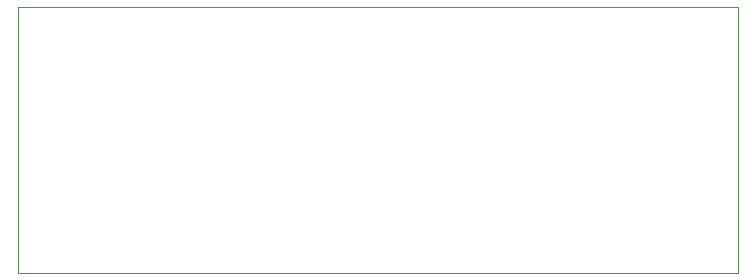
<source format=gbr>
%TF.GenerationSoftware,KiCad,Pcbnew,8.0.5*%
%TF.CreationDate,2024-12-22T00:31:45-07:00*%
%TF.ProjectId,2024_11_STM32F303_DaisyShape_v1_3,32303234-5f31-4315-9f53-544d33324633,rev?*%
%TF.SameCoordinates,Original*%
%TF.FileFunction,Profile,NP*%
%FSLAX46Y46*%
G04 Gerber Fmt 4.6, Leading zero omitted, Abs format (unit mm)*
G04 Created by KiCad (PCBNEW 8.0.5) date 2024-12-22 00:31:45*
%MOMM*%
%LPD*%
G01*
G04 APERTURE LIST*
%TA.AperFunction,Profile*%
%ADD10C,0.050000*%
%TD*%
G04 APERTURE END LIST*
D10*
X105500000Y-42230000D02*
X166460000Y-42230000D01*
X166460000Y-64770000D01*
X105500000Y-64770000D01*
X105500000Y-42230000D01*
M02*

</source>
